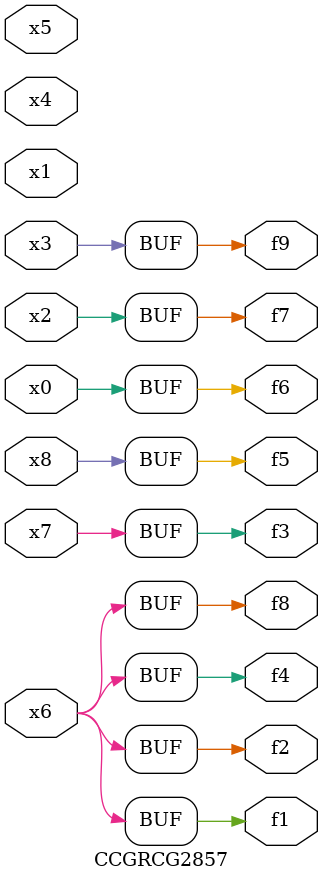
<source format=v>
module CCGRCG2857(
	input x0, x1, x2, x3, x4, x5, x6, x7, x8,
	output f1, f2, f3, f4, f5, f6, f7, f8, f9
);
	assign f1 = x6;
	assign f2 = x6;
	assign f3 = x7;
	assign f4 = x6;
	assign f5 = x8;
	assign f6 = x0;
	assign f7 = x2;
	assign f8 = x6;
	assign f9 = x3;
endmodule

</source>
